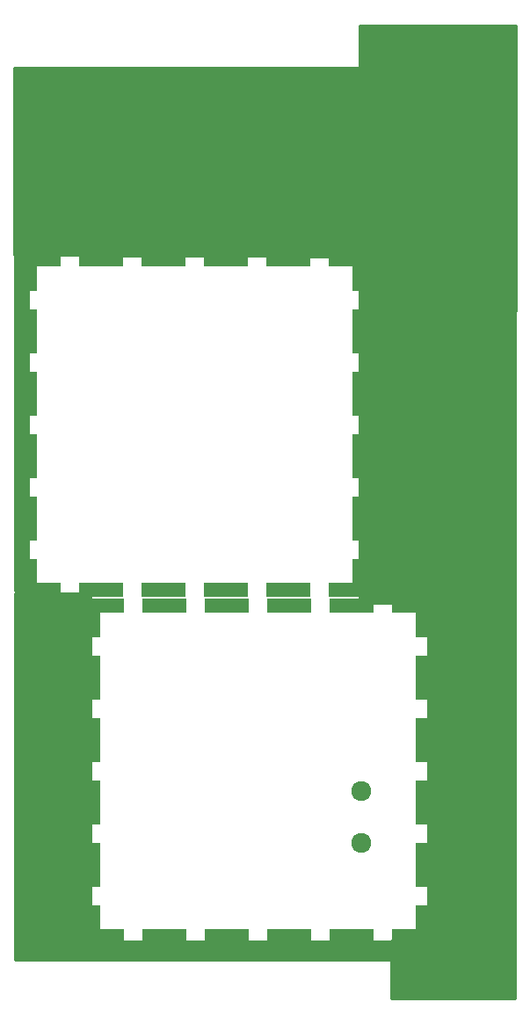
<source format=gbr>
G04 #@! TF.GenerationSoftware,KiCad,Pcbnew,(6.0.0-rc1-dev-205-gc0615c5ef)*
G04 #@! TF.CreationDate,2019-03-07T14:34:26+01:00*
G04 #@! TF.ProjectId,SPACEDOS01B_PCB01A,5350414345444F533031425F50434230,REV*
G04 #@! TF.SameCoordinates,Original*
G04 #@! TF.FileFunction,Soldermask,Bot*
G04 #@! TF.FilePolarity,Negative*
%FSLAX46Y46*%
G04 Gerber Fmt 4.6, Leading zero omitted, Abs format (unit mm)*
G04 Created by KiCad (PCBNEW (6.0.0-rc1-dev-205-gc0615c5ef)) date 03/07/19 14:34:26*
%MOMM*%
%LPD*%
G01*
G04 APERTURE LIST*
%ADD10C,1.924000*%
%ADD11R,1.400000X1.400000*%
%ADD12R,2.700000X1.400000*%
%ADD13R,4.200000X1.400000*%
%ADD14R,1.400000X2.700000*%
%ADD15R,1.400000X4.200000*%
%ADD16R,1.924000X1.924000*%
%ADD17C,6.400000*%
%ADD18C,0.254000*%
G04 APERTURE END LIST*
D10*
G04 #@! TO.C,D1*
X74250000Y21590000D03*
X74250000Y16590000D03*
G04 #@! TD*
D11*
G04 #@! TO.C,M10*
X74066000Y72796000D03*
X42266000Y72796000D03*
X42266000Y40996000D03*
X74066000Y40996000D03*
D12*
X72416000Y72796000D03*
X72416000Y40996000D03*
D13*
X67166000Y72796000D03*
X67166000Y40996000D03*
X61166000Y72796000D03*
X61166000Y40996000D03*
X55166000Y72796000D03*
X55166000Y40996000D03*
X49166000Y72796000D03*
X49166000Y40996000D03*
D12*
X43916000Y72796000D03*
X43916000Y40996000D03*
D14*
X74066000Y71146000D03*
X42266000Y71146000D03*
D15*
X74066000Y65896000D03*
X42266000Y65896000D03*
X74066000Y59896000D03*
X42266000Y59896000D03*
X74066000Y53896000D03*
X42266000Y53896000D03*
X74066000Y47896000D03*
X42266000Y47896000D03*
D14*
X74066000Y42646000D03*
X42266000Y42646000D03*
G04 #@! TD*
D16*
G04 #@! TO.C,J2*
X79502000Y66548000D03*
X76962000Y66548000D03*
G04 #@! TD*
G04 #@! TO.C,J3*
X79502000Y71628000D03*
X76962000Y71628000D03*
G04 #@! TD*
G04 #@! TO.C,J7*
X79502000Y61468000D03*
G04 #@! TD*
G04 #@! TO.C,J4*
X76962000Y58928000D03*
G04 #@! TD*
G04 #@! TO.C,J6*
X76962000Y61468000D03*
G04 #@! TD*
G04 #@! TO.C,J5*
X79502000Y58928000D03*
G04 #@! TD*
G04 #@! TO.C,J19*
X76962000Y64008000D03*
X79502000Y64008000D03*
G04 #@! TD*
D17*
G04 #@! TO.C,M2*
X44450000Y77890000D03*
G04 #@! TD*
G04 #@! TO.C,M3*
X85090000Y5080000D03*
G04 #@! TD*
G04 #@! TO.C,M4*
X44450000Y23000000D03*
G04 #@! TD*
G04 #@! TO.C,M1*
X82550000Y90810000D03*
G04 #@! TD*
D11*
G04 #@! TO.C,M8*
X80174700Y7633100D03*
X80174700Y39433100D03*
X48374700Y39433100D03*
X48374700Y7633100D03*
D14*
X80174700Y9283100D03*
X48374700Y9283100D03*
D15*
X80174700Y14533100D03*
X48374700Y14533100D03*
X80174700Y20533100D03*
X48374700Y20533100D03*
X80174700Y26533100D03*
X48374700Y26533100D03*
X80174700Y32533100D03*
X48374700Y32533100D03*
D14*
X80174700Y37783100D03*
X48374700Y37783100D03*
D12*
X78524700Y7633100D03*
X78524700Y39433100D03*
D13*
X73274700Y7633100D03*
X73274700Y39433100D03*
X67274700Y7633100D03*
X67274700Y39433100D03*
X61274700Y7633100D03*
X61274700Y39433100D03*
X55274700Y7633100D03*
X55274700Y39433100D03*
D12*
X50024700Y7633100D03*
X50024700Y39433100D03*
G04 #@! TD*
D16*
G04 #@! TO.C,J1*
X76962000Y69088000D03*
X79502000Y69088000D03*
G04 #@! TD*
D18*
G36*
X89122781Y95373033D02*
X89027218Y39751000D01*
X74041000Y39751000D01*
X74041000Y95376967D01*
X89122781Y95373033D01*
X89122781Y95373033D01*
G37*
X89122781Y95373033D02*
X89027218Y39751000D01*
X74041000Y39751000D01*
X74041000Y95376967D01*
X89122781Y95373033D01*
G36*
X76622709Y73127537D02*
X40767000Y73278467D01*
X40767000Y91313000D01*
X76581289Y91313000D01*
X76622709Y73127537D01*
X76622709Y73127537D01*
G37*
X76622709Y73127537D02*
X40767000Y73278467D01*
X40767000Y91313000D01*
X76581289Y91313000D01*
X76622709Y73127537D01*
G36*
X42123000Y40877000D02*
X40877000Y40877000D01*
X40877000Y73623000D01*
X42123000Y73623000D01*
X42123000Y40877000D01*
X42123000Y40877000D01*
G37*
X42123000Y40877000D02*
X40877000Y40877000D01*
X40877000Y73623000D01*
X42123000Y73623000D01*
X42123000Y40877000D01*
G36*
X48123000Y5377000D02*
X40877000Y5377000D01*
X40877000Y40623000D01*
X48123000Y40623000D01*
X48123000Y5377000D01*
X48123000Y5377000D01*
G37*
X48123000Y5377000D02*
X40877000Y5377000D01*
X40877000Y40623000D01*
X48123000Y40623000D01*
X48123000Y5377000D01*
G36*
X81123000Y5377000D02*
X47377000Y5377000D01*
X47377000Y7123000D01*
X81123000Y7123000D01*
X81123000Y5377000D01*
X81123000Y5377000D01*
G37*
X81123000Y5377000D02*
X47377000Y5377000D01*
X47377000Y7123000D01*
X81123000Y7123000D01*
X81123000Y5377000D01*
G36*
X89027000Y1651000D02*
X77089000Y1651000D01*
X77089000Y7239000D01*
X89027000Y7239000D01*
X89027000Y1651000D01*
X89027000Y1651000D01*
G37*
X89027000Y1651000D02*
X77089000Y1651000D01*
X77089000Y7239000D01*
X89027000Y7239000D01*
X89027000Y1651000D01*
G36*
X89027000Y39752778D02*
X89027000Y6729483D01*
X80627000Y6628536D01*
X80627000Y39871197D01*
X89027000Y39752778D01*
X89027000Y39752778D01*
G37*
X89027000Y39752778D02*
X89027000Y6729483D01*
X80627000Y6628536D01*
X80627000Y39871197D01*
X89027000Y39752778D01*
M02*

</source>
